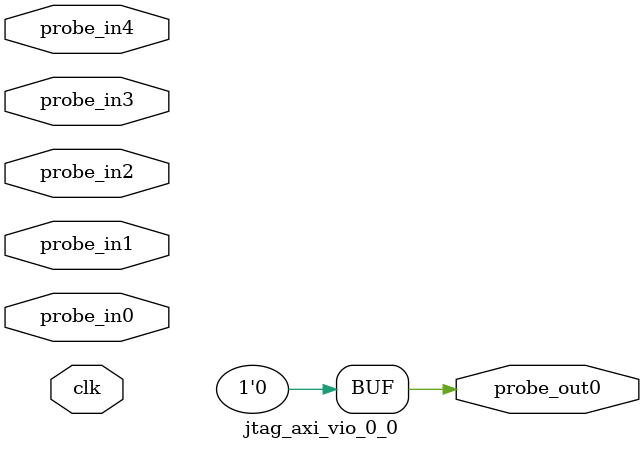
<source format=v>
`timescale 1ns / 1ps
module jtag_axi_vio_0_0 (
clk,
probe_in0,probe_in1,probe_in2,probe_in3,probe_in4,
probe_out0
);

input clk;
input [0 : 0] probe_in0;
input [0 : 0] probe_in1;
input [0 : 0] probe_in2;
input [0 : 0] probe_in3;
input [0 : 0] probe_in4;

output reg [0 : 0] probe_out0 = 'h0 ;


endmodule

</source>
